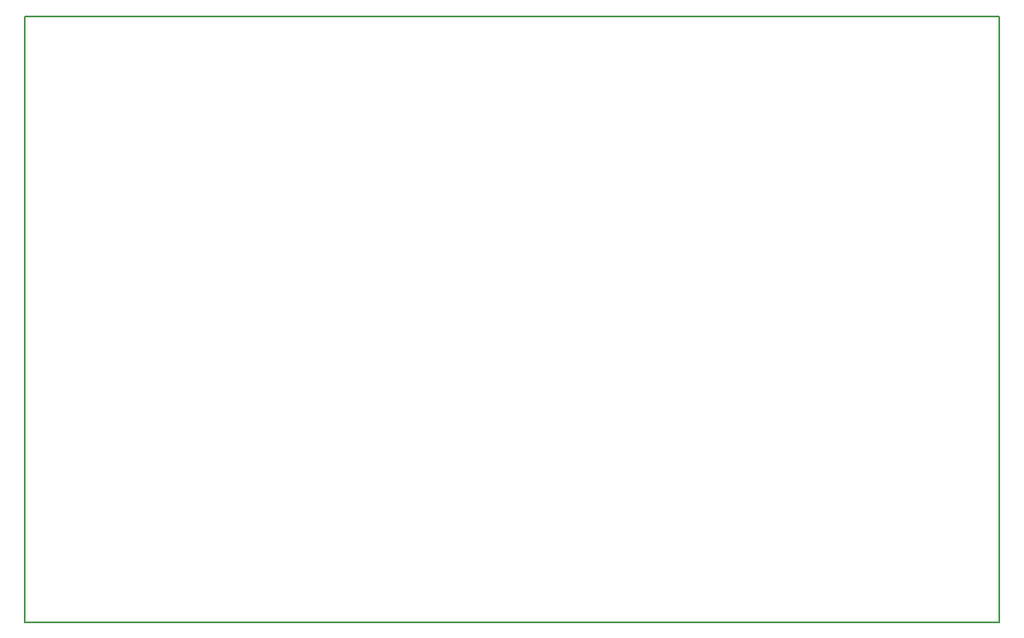
<source format=gbr>
G04 #@! TF.GenerationSoftware,KiCad,Pcbnew,5.0.2-bee76a0~70~ubuntu16.04.1*
G04 #@! TF.CreationDate,2020-03-15T16:03:58-07:00*
G04 #@! TF.ProjectId,pic18f_DB_Ethernet,70696331-3866-45f4-9442-5f4574686572,rev?*
G04 #@! TF.SameCoordinates,Original*
G04 #@! TF.FileFunction,Profile,NP*
%FSLAX46Y46*%
G04 Gerber Fmt 4.6, Leading zero omitted, Abs format (unit mm)*
G04 Created by KiCad (PCBNEW 5.0.2-bee76a0~70~ubuntu16.04.1) date Sun 15 Mar 2020 16:03:58 PDT*
%MOMM*%
%LPD*%
G01*
G04 APERTURE LIST*
%ADD10C,0.150000*%
G04 APERTURE END LIST*
D10*
X200000000Y-85000000D02*
X100000000Y-85000000D01*
X200000000Y-147320000D02*
X200000000Y-85000000D01*
X100000000Y-147320000D02*
X200000000Y-147320000D01*
X100000000Y-85000000D02*
X100000000Y-147320000D01*
M02*

</source>
